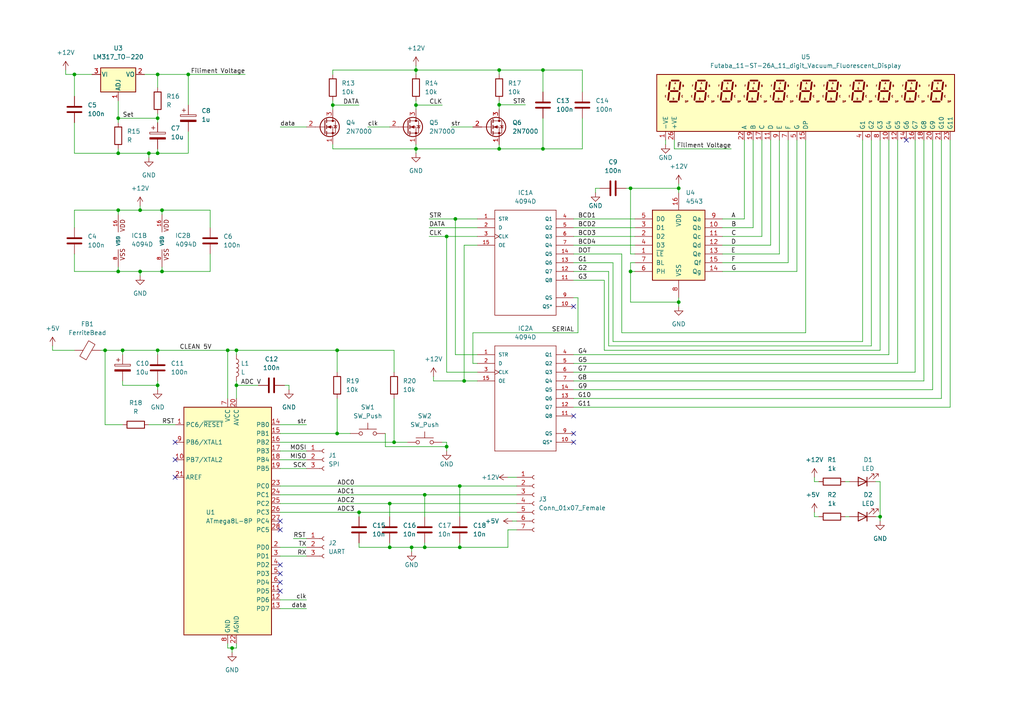
<source format=kicad_sch>
(kicad_sch (version 20211123) (generator eeschema)
  (paper "A4")
  (title_block (title "VFD Voltage Current Display") (date "2023-01-30") (rev "V2"))
  (lib_symbols
    (symbol "40xx:4094D" (pin_names (offset 1.016))
      (property "Reference" "IC" (at -10.16 15.875 0))
      (property "Value" "4094D" (at -10.16 -17.78 0))
      (symbol "4094D_1_1"
        (pin input line (at -15.24 12.7 0) (length 5.08) (name "STR") (number "1"))
        (pin output line (at 12.7 -12.7 180) (length 5.08) (name "QS*") (number "10"))
        (pin output line (at 12.7 -5.08 180) (length 5.08) (name "Q8") (number "11"))
        (pin output line (at 12.7 -2.54 180) (length 5.08) (name "Q7") (number "12"))
        (pin output line (at 12.7 0 180) (length 5.08) (name "Q6") (number "13"))
        (pin output line (at 12.7 2.54 180) (length 5.08) (name "Q5") (number "14"))
        (pin input line (at -15.24 5.08 0) (length 5.08) (name "OE") (number "15"))
        (pin input line (at -15.24 10.16 0) (length 5.08) (name "D") (number "2"))
        (pin input clock (at -15.24 7.62 0) (length 5.08) (name "CLK") (number "3"))
        (pin output line (at 12.7 12.7 180) (length 5.08) (name "Q1") (number "4"))
        (pin output line (at 12.7 10.16 180) (length 5.08) (name "Q2") (number "5"))
        (pin output line (at 12.7 7.62 180) (length 5.08) (name "Q3") (number "6"))
        (pin output line (at 12.7 5.08 180) (length 5.08) (name "Q4") (number "7"))
        (pin output line (at 12.7 -10.16 180) (length 5.08) (name "QS") (number "9"))
      )
      (symbol "4094D_2_0"
        (text "VDD" (at 1.27 4.445 1) (effects (font (size 1.27 1.27))))
        (text "VSS" (at 1.27 -3.937 1) (effects (font (size 1.27 1.27))))
      )
      (symbol "4094D_2_1"
        (pin power_in line (at 0 7.62 270) (length 5.08) (name "VDD") (number "16"))
        (pin power_in line (at 0 -7.62 90) (length 5.08) (name "VSS") (number "8"))
      )
    )
    (symbol "4xxx:4543" (pin_names (offset 1.016))
      (property "Reference" "U" (at -7.62 11.43 0))
      (property "Value" "4543" (at -7.62 -11.43 0))
      (symbol "4543_1_0"
        (pin input line (at -12.7 -2.54 0) (length 5.08) (name "~{LE}") (number "1"))
        (pin output line (at 12.7 5.08 180) (length 5.08) (name "Qb") (number "10"))
        (pin output line (at 12.7 2.54 180) (length 5.08) (name "Qc") (number "11"))
        (pin output line (at 12.7 0 180) (length 5.08) (name "Qd") (number "12"))
        (pin output line (at 12.7 -2.54 180) (length 5.08) (name "Qe") (number "13"))
        (pin output line (at 12.7 -7.62 180) (length 5.08) (name "Qg") (number "14"))
        (pin output line (at 12.7 -5.08 180) (length 5.08) (name "Qf") (number "15"))
        (pin power_in line (at 0 15.24 270) (length 5.08) (name "VDD") (number "16"))
        (pin input line (at -12.7 2.54 0) (length 5.08) (name "D2") (number "2"))
        (pin input line (at -12.7 5.08 0) (length 5.08) (name "D1") (number "3"))
        (pin input line (at -12.7 0 0) (length 5.08) (name "D3") (number "4"))
        (pin input line (at -12.7 7.62 0) (length 5.08) (name "D0") (number "5"))
        (pin input line (at -12.7 -7.62 0) (length 5.08) (name "PH") (number "6"))
        (pin input line (at -12.7 -5.08 0) (length 5.08) (name "BL") (number "7"))
        (pin power_in line (at 0 -15.24 90) (length 5.08) (name "VSS") (number "8"))
        (pin output line (at 12.7 7.62 180) (length 5.08) (name "Qa") (number "9"))
      )
    )
    (symbol "Connector:Conn_01x03_Female" (pin_names (offset 1.016) hide)
      (property "Reference" "J" (at 0 5.08 0))
      (property "Value" "Conn_01x03_Female" (at 0 -5.08 0))
      (symbol "Conn_01x03_Female_1_1"
        (pin passive line (at -5.08 2.54 0) (length 3.81) (name "Pin_1") (number "1"))
        (pin passive line (at -5.08 0 0) (length 3.81) (name "Pin_2") (number "2"))
        (pin passive line (at -5.08 -2.54 0) (length 3.81) (name "Pin_3") (number "3"))
      )
    )
    (symbol "Connector:Conn_01x07_Female" (pin_names (offset 1.016) hide)
      (property "Reference" "J" (at 0 10.16 0))
      (property "Value" "Conn_01x07_Female" (at 0 -10.16 0))
      (symbol "Conn_01x07_Female_1_1"
        (pin passive line (at -5.08 7.62 0) (length 3.81) (name "Pin_1") (number "1"))
        (pin passive line (at -5.08 5.08 0) (length 3.81) (name "Pin_2") (number "2"))
        (pin passive line (at -5.08 2.54 0) (length 3.81) (name "Pin_3") (number "3"))
        (pin passive line (at -5.08 0 0) (length 3.81) (name "Pin_4") (number "4"))
        (pin passive line (at -5.08 -2.54 0) (length 3.81) (name "Pin_5") (number "5"))
        (pin passive line (at -5.08 -5.08 0) (length 3.81) (name "Pin_6") (number "6"))
        (pin passive line (at -5.08 -7.62 0) (length 3.81) (name "Pin_7") (number "7"))
      )
    )
    (symbol "Device:C" (pin_numbers hide) (pin_names (offset 0.254))
      (property "Reference" "C" (at 0.635 2.54 0))
      (property "Value" "C" (at 0.635 -2.54 0))
      (symbol "C_1_1"
        (pin passive line (at 0 3.81 270) (length 2.794) (name "~") (number "1"))
        (pin passive line (at 0 -3.81 90) (length 2.794) (name "~") (number "2"))
      )
    )
    (symbol "Device:C_Polarized" (pin_numbers hide) (pin_names (offset 0.254))
      (property "Reference" "C" (at 0.635 2.54 0))
      (property "Value" "C_Polarized" (at 0.635 -2.54 0))
      (symbol "C_Polarized_1_1"
        (pin passive line (at 0 3.81 270) (length 2.794) (name "~") (number "1"))
        (pin passive line (at 0 -3.81 90) (length 2.794) (name "~") (number "2"))
      )
    )
    (symbol "Device:FerriteBead" (pin_numbers hide) (pin_names (offset 0))
      (property "Reference" "FB" (at -3.81 0.635 90))
      (property "Value" "FerriteBead" (at 3.81 0 90))
      (symbol "FerriteBead_1_1"
        (pin passive line (at 0 3.81 270) (length 2.54) (name "~") (number "1"))
        (pin passive line (at 0 -3.81 90) (length 2.54) (name "~") (number "2"))
      )
    )
    (symbol "Device:L" (pin_numbers hide) (pin_names (offset 1.016) hide)
      (property "Reference" "L" (at -1.27 0 90))
      (property "Value" "L" (at 1.905 0 90))
      (symbol "L_1_1"
        (pin passive line (at 0 3.81 270) (length 1.27) (name "1") (number "1"))
        (pin passive line (at 0 -3.81 90) (length 1.27) (name "2") (number "2"))
      )
    )
    (symbol "Device:LED" (pin_numbers hide) (pin_names (offset 1.016) hide)
      (property "Reference" "D" (at 0 2.54 0))
      (property "Value" "LED" (at 0 -2.54 0))
      (symbol "LED_1_1"
        (pin passive line (at -3.81 0 0) (length 2.54) (name "K") (number "1"))
        (pin passive line (at 3.81 0 180) (length 2.54) (name "A") (number "2"))
      )
    )
    (symbol "Device:R" (pin_numbers hide) (pin_names (offset 0))
      (property "Reference" "R" (at 2.032 0 90))
      (property "Value" "R" (at 0 0 90))
      (symbol "R_1_1"
        (pin passive line (at 0 3.81 270) (length 1.27) (name "~") (number "1"))
        (pin passive line (at 0 -3.81 90) (length 1.27) (name "~") (number "2"))
      )
    )
    (symbol "Display_Character:Futaba_11-ST-26A_11_digit_Vacuum_Fluorescent_Display" (pin_names (offset 0.5))
      (property "Reference" "U5" (at 3.81 17.78 0))
      (property "Value" "Futaba_11-ST-26A_11_digit_Vacuum_Fluorescent_Display" (at 3.81 15.24 0))
      (symbol "Futaba_11-ST-26A_11_digit_Vacuum_Fluorescent_Display_0_0"
        (text "A" (at -34.036 10.16 0) (effects (font (size 0.508 0.508))))
        (text "A" (at -26.416 10.16 0) (effects (font (size 0.508 0.508))))
        (text "A" (at -18.796 10.16 0) (effects (font (size 0.508 0.508))))
        (text "A" (at -11.176 10.16 0) (effects (font (size 0.508 0.508))))
        (text "A" (at -3.556 10.16 0) (effects (font (size 0.508 0.508))))
        (text "A" (at 4.064 10.16 0) (effects (font (size 0.508 0.508))))
        (text "A" (at 11.684 10.16 0) (effects (font (size 0.508 0.508))))
        (text "A" (at 19.304 10.16 0) (effects (font (size 0.508 0.508))))
        (text "A" (at 26.924 10.16 0) (effects (font (size 0.508 0.508))))
        (text "A" (at 34.544 10.16 0) (effects (font (size 0.508 0.508))))
        (text "A" (at 42.164 10.16 0) (effects (font (size 0.508 0.508))))
        (text "B" (at -31.75 9.398 0) (effects (font (size 0.508 0.508))))
        (text "B" (at -24.13 9.398 0) (effects (font (size 0.508 0.508))))
        (text "B" (at -16.51 9.398 0) (effects (font (size 0.508 0.508))))
        (text "B" (at -8.89 9.398 0) (effects (font (size 0.508 0.508))))
        (text "B" (at -1.27 9.398 0) (effects (font (size 0.508 0.508))))
        (text "B" (at 6.35 9.398 0) (effects (font (size 0.508 0.508))))
        (text "B" (at 13.97 9.398 0) (effects (font (size 0.508 0.508))))
        (text "B" (at 21.59 9.398 0) (effects (font (size 0.508 0.508))))
        (text "B" (at 29.21 9.398 0) (effects (font (size 0.508 0.508))))
        (text "B" (at 36.83 9.398 0) (effects (font (size 0.508 0.508))))
        (text "B" (at 44.45 9.398 0) (effects (font (size 0.508 0.508))))
        (text "C" (at -32.004 6.35 0) (effects (font (size 0.508 0.508))))
        (text "C" (at -24.384 6.35 0) (effects (font (size 0.508 0.508))))
        (text "C" (at -16.764 6.35 0) (effects (font (size 0.508 0.508))))
        (text "C" (at -9.144 6.35 0) (effects (font (size 0.508 0.508))))
        (text "C" (at -1.524 6.35 0) (effects (font (size 0.508 0.508))))
        (text "C" (at 6.096 6.35 0) (effects (font (size 0.508 0.508))))
        (text "C" (at 13.716 6.35 0) (effects (font (size 0.508 0.508))))
        (text "C" (at 21.336 6.35 0) (effects (font (size 0.508 0.508))))
        (text "C" (at 28.956 6.35 0) (effects (font (size 0.508 0.508))))
        (text "C" (at 36.576 6.35 0) (effects (font (size 0.508 0.508))))
        (text "C" (at 44.196 6.35 0) (effects (font (size 0.508 0.508))))
        (text "D" (at -34.544 5.588 0) (effects (font (size 0.508 0.508))))
        (text "D" (at -26.924 5.588 0) (effects (font (size 0.508 0.508))))
        (text "D" (at -19.304 5.588 0) (effects (font (size 0.508 0.508))))
        (text "D" (at -11.684 5.588 0) (effects (font (size 0.508 0.508))))
        (text "D" (at -4.064 5.588 0) (effects (font (size 0.508 0.508))))
        (text "D" (at 3.556 5.588 0) (effects (font (size 0.508 0.508))))
        (text "D" (at 11.176 5.588 0) (effects (font (size 0.508 0.508))))
        (text "D" (at 18.796 5.588 0) (effects (font (size 0.508 0.508))))
        (text "D" (at 26.416 5.588 0) (effects (font (size 0.508 0.508))))
        (text "D" (at 34.036 5.588 0) (effects (font (size 0.508 0.508))))
        (text "D" (at 41.656 5.588 0) (effects (font (size 0.508 0.508))))
        (text "DP" (at -30.734 4.826 0) (effects (font (size 0.508 0.508))))
        (text "DP" (at -23.114 4.826 0) (effects (font (size 0.508 0.508))))
        (text "DP" (at -15.494 4.826 0) (effects (font (size 0.508 0.508))))
        (text "DP" (at -7.874 4.826 0) (effects (font (size 0.508 0.508))))
        (text "DP" (at -0.254 4.826 0) (effects (font (size 0.508 0.508))))
        (text "DP" (at 7.366 4.826 0) (effects (font (size 0.508 0.508))))
        (text "DP" (at 14.986 4.826 0) (effects (font (size 0.508 0.508))))
        (text "DP" (at 22.606 4.826 0) (effects (font (size 0.508 0.508))))
        (text "DP" (at 30.226 4.826 0) (effects (font (size 0.508 0.508))))
        (text "DP" (at 37.846 4.826 0) (effects (font (size 0.508 0.508))))
        (text "DP" (at 45.466 4.826 0) (effects (font (size 0.508 0.508))))
        (text "E" (at -36.83 6.35 0) (effects (font (size 0.508 0.508))))
        (text "E" (at -29.21 6.35 0) (effects (font (size 0.508 0.508))))
        (text "E" (at -21.59 6.35 0) (effects (font (size 0.508 0.508))))
        (text "E" (at -13.97 6.35 0) (effects (font (size 0.508 0.508))))
        (text "E" (at -6.35 6.35 0) (effects (font (size 0.508 0.508))))
        (text "E" (at 1.27 6.35 0) (effects (font (size 0.508 0.508))))
        (text "E" (at 8.89 6.35 0) (effects (font (size 0.508 0.508))))
        (text "E" (at 16.51 6.35 0) (effects (font (size 0.508 0.508))))
        (text "E" (at 24.13 6.35 0) (effects (font (size 0.508 0.508))))
        (text "E" (at 31.75 6.35 0) (effects (font (size 0.508 0.508))))
        (text "E" (at 39.37 6.35 0) (effects (font (size 0.508 0.508))))
        (text "F" (at -36.576 9.398 0) (effects (font (size 0.508 0.508))))
        (text "F" (at -28.956 9.398 0) (effects (font (size 0.508 0.508))))
        (text "F" (at -21.336 9.398 0) (effects (font (size 0.508 0.508))))
        (text "F" (at -13.716 9.398 0) (effects (font (size 0.508 0.508))))
        (text "F" (at -6.096 9.398 0) (effects (font (size 0.508 0.508))))
        (text "F" (at 1.524 9.398 0) (effects (font (size 0.508 0.508))))
        (text "F" (at 9.144 9.398 0) (effects (font (size 0.508 0.508))))
        (text "F" (at 16.764 9.398 0) (effects (font (size 0.508 0.508))))
        (text "F" (at 24.384 9.398 0) (effects (font (size 0.508 0.508))))
        (text "F" (at 32.004 9.398 0) (effects (font (size 0.508 0.508))))
        (text "F" (at 39.624 9.398 0) (effects (font (size 0.508 0.508))))
        (text "G" (at -34.29 8.636 0) (effects (font (size 0.508 0.508))))
        (text "G" (at -26.67 8.636 0) (effects (font (size 0.508 0.508))))
        (text "G" (at -19.05 8.636 0) (effects (font (size 0.508 0.508))))
        (text "G" (at -11.43 8.636 0) (effects (font (size 0.508 0.508))))
        (text "G" (at -3.81 8.636 0) (effects (font (size 0.508 0.508))))
        (text "G" (at 3.81 8.636 0) (effects (font (size 0.508 0.508))))
        (text "G" (at 11.43 8.636 0) (effects (font (size 0.508 0.508))))
        (text "G" (at 19.05 8.636 0) (effects (font (size 0.508 0.508))))
        (text "G" (at 26.67 8.636 0) (effects (font (size 0.508 0.508))))
        (text "G" (at 34.29 8.636 0) (effects (font (size 0.508 0.508))))
        (text "G" (at 41.91 8.636 0) (effects (font (size 0.508 0.508))))
      )
      (symbol "Futaba_11-ST-26A_11_digit_Vacuum_Fluorescent_Display_1_1"
        (pin power_in line (at -36.83 -6.35 90) (length 2.54) (name "-VE") (number "1"))
        (pin input line (at 27.94 -6.35 90) (length 2.54) (name "G4") (number "10"))
        (pin input line (at -6.35 -6.35 90) (length 2.54) (name "D") (number "11"))
        (pin input line (at 30.48 -6.35 90) (length 2.54) (name "G5") (number "12"))
        (pin input line (at 33.02 -6.35 90) (length 2.54) (name "G6") (number "14"))
        (pin input line (at 3.81 -6.35 90) (length 2.54) (name "DP") (number "15"))
        (pin input line (at 35.56 -6.35 90) (length 2.54) (name "G7") (number "16"))
        (pin input line (at -8.89 -6.35 90) (length 2.54) (name "C") (number "17"))
        (pin input line (at 38.1 -6.35 90) (length 2.54) (name "G8") (number "18"))
        (pin input line (at -11.43 -6.35 90) (length 2.54) (name "B") (number "19"))
        (pin input line (at 40.64 -6.35 90) (length 2.54) (name "G9") (number "20"))
        (pin input line (at 43.18 -6.35 90) (length 2.54) (name "G10") (number "21"))
        (pin input line (at -13.97 -6.35 90) (length 2.54) (name "A") (number "22"))
        (pin input line (at 45.72 -6.35 90) (length 2.54) (name "G11") (number "23"))
        (pin power_in line (at -34.29 -6.35 90) (length 2.54) (name "+VE") (number "26"))
        (pin input line (at 20.32 -6.35 90) (length 2.54) (name "G1") (number "4"))
        (pin input line (at 1.27 -6.35 90) (length 2.54) (name "G") (number "5"))
        (pin input line (at 22.86 -6.35 90) (length 2.54) (name "G2") (number "6"))
        (pin input line (at -1.27 -6.35 90) (length 2.54) (name "F") (number "7"))
        (pin input line (at 25.4 -6.35 90) (length 2.54) (name "G3") (number "8"))
        (pin input line (at -3.81 -6.35 90) (length 2.54) (name "E") (number "9"))
      )
    )
    (symbol "MCU_Microchip_ATmega:ATmega8L-8P"
      (property "Reference" "U" (at -12.7 34.29 0))
      (property "Value" "ATmega8L-8P" (at 5.08 -34.29 0))
      (symbol "ATmega8L-8P_1_1"
        (pin bidirectional line (at -15.24 27.94 0) (length 2.54) (name "PC6/~{RESET}") (number "1"))
        (pin bidirectional line (at -15.24 17.78 0) (length 2.54) (name "PB7/XTAL2") (number "10"))
        (pin bidirectional line (at 15.24 -20.32 180) (length 2.54) (name "PD5") (number "11"))
        (pin bidirectional line (at 15.24 -22.86 180) (length 2.54) (name "PD6") (number "12"))
        (pin bidirectional line (at 15.24 -25.4 180) (length 2.54) (name "PD7") (number "13"))
        (pin bidirectional line (at 15.24 27.94 180) (length 2.54) (name "PB0") (number "14"))
        (pin bidirectional line (at 15.24 25.4 180) (length 2.54) (name "PB1") (number "15"))
        (pin bidirectional line (at 15.24 22.86 180) (length 2.54) (name "PB2") (number "16"))
        (pin bidirectional line (at 15.24 20.32 180) (length 2.54) (name "PB3") (number "17"))
        (pin bidirectional line (at 15.24 17.78 180) (length 2.54) (name "PB4") (number "18"))
        (pin bidirectional line (at 15.24 15.24 180) (length 2.54) (name "PB5") (number "19"))
        (pin bidirectional line (at 15.24 -7.62 180) (length 2.54) (name "PD0") (number "2"))
        (pin power_in line (at 2.54 35.56 270) (length 2.54) (name "AVCC") (number "20"))
        (pin passive line (at -15.24 12.7 0) (length 2.54) (name "AREF") (number "21"))
        (pin power_in line (at 2.54 -35.56 90) (length 2.54) (name "AGND") (number "22"))
        (pin bidirectional line (at 15.24 10.16 180) (length 2.54) (name "PC0") (number "23"))
        (pin bidirectional line (at 15.24 7.62 180) (length 2.54) (name "PC1") (number "24"))
        (pin bidirectional line (at 15.24 5.08 180) (length 2.54) (name "PC2") (number "25"))
        (pin bidirectional line (at 15.24 2.54 180) (length 2.54) (name "PC3") (number "26"))
        (pin bidirectional line (at 15.24 0 180) (length 2.54) (name "PC4") (number "27"))
        (pin bidirectional line (at 15.24 -2.54 180) (length 2.54) (name "PC5") (number "28"))
        (pin bidirectional line (at 15.24 -10.16 180) (length 2.54) (name "PD1") (number "3"))
        (pin bidirectional line (at 15.24 -12.7 180) (length 2.54) (name "PD2") (number "4"))
        (pin bidirectional line (at 15.24 -15.24 180) (length 2.54) (name "PD3") (number "5"))
        (pin bidirectional line (at 15.24 -17.78 180) (length 2.54) (name "PD4") (number "6"))
        (pin power_in line (at 0 35.56 270) (length 2.54) (name "VCC") (number "7"))
        (pin power_in line (at 0 -35.56 90) (length 2.54) (name "GND") (number "8"))
        (pin bidirectional line (at -15.24 22.86 0) (length 2.54) (name "PB6/XTAL1") (number "9"))
      )
    )
    (symbol "Regulator_Linear:LM317_TO-220" (pin_names (offset 0.254))
      (property "Reference" "U" (at -3.81 3.175 0))
      (property "Value" "LM317_TO-220" (at 0 3.175 0))
      (symbol "LM317_TO-220_1_1"
        (pin input line (at 0 -7.62 90) (length 2.54) (name "ADJ") (number "1"))
        (pin power_out line (at 7.62 0 180) (length 2.54) (name "VO") (number "2"))
        (pin power_in line (at -7.62 0 0) (length 2.54) (name "VI") (number "3"))
      )
    )
    (symbol "Switch:SW_Push" (pin_numbers hide) (pin_names (offset 1.016) hide)
      (property "Reference" "SW" (at 1.27 2.54 0))
      (property "Value" "SW_Push" (at 0 -1.524 0))
      (symbol "SW_Push_0_1"
        (pin passive line (at -5.08 0 0) (length 2.54) (name "1") (number "1"))
        (pin passive line (at 5.08 0 180) (length 2.54) (name "2") (number "2"))
      )
    )
    (symbol "Transistor_FET:2N7000" (pin_names hide)
      (property "Reference" "Q" (at 5.08 1.905 0))
      (property "Value" "2N7000" (at 5.08 0 0))
      (symbol "2N7000_1_1"
        (pin passive line (at 2.54 -5.08 90) (length 2.54) (name "S") (number "1"))
        (pin input line (at -5.08 0 0) (length 2.54) (name "G") (number "2"))
        (pin passive line (at 2.54 5.08 270) (length 2.54) (name "D") (number "3"))
      )
    )
    (symbol "power:+12V" (power) (pin_names (offset 0))
      (property "Value" "+12V" (at 0 3.556 0))
      (symbol "+12V_1_1"
        (pin power_in line (at 0 0 90) (length 0) hide (name "+12V") (number "1"))
      )
    )
    (symbol "power:+5V" (power) (pin_names (offset 0))
      (property "Value" "+5V" (at 0 3.556 0))
      (symbol "+5V_1_1"
        (pin power_in line (at 0 0 90) (length 0) hide (name "+5V") (number "1"))
      )
    )
    (symbol "power:GND" (power) (pin_names (offset 0))
      (property "Value" "GND" (at 0 -3.81 0))
      (symbol "GND_1_1"
        (pin power_in line (at 0 0 270) (length 0) hide (name "GND") (number "1"))
      )
    )
  )
  (junction (at 134.62 110.49))
  (junction (at 45.72 21.59))
  (junction (at 123.19 158.75))
  (junction (at 45.72 44.45))
  (junction (at 182.88 78.74))
  (junction (at 120.65 43.18))
  (junction (at 120.65 20.32))
  (junction (at 132.08 63.5))
  (junction (at 45.72 101.6))
  (junction (at 144.78 30.3972))
  (junction (at 34.29 44.45))
  (junction (at 96.52 30.48))
  (junction (at 157.48 20.32))
  (junction (at 21.59 21.59))
  (junction (at 30.48 101.6))
  (junction (at 133.35 140.97))
  (junction (at 40.64 60.96))
  (junction (at 45.72 111.76))
  (junction (at 34.29 60.96))
  (junction (at 113.03 158.75))
  (junction (at 66.04 101.6))
  (junction (at 104.14 148.59))
  (junction (at 97.79 125.73))
  (junction (at 157.48 43.18))
  (junction (at 40.64 78.74))
  (junction (at 196.85 54.61))
  (junction (at 123.19 143.51))
  (junction (at 113.03 146.05))
  (junction (at 46.99 78.74))
  (junction (at 196.85 87.63))
  (junction (at 34.29 78.74))
  (junction (at 182.88 54.61))
  (junction (at 97.79 101.6))
  (junction (at 144.78 20.32))
  (junction (at 68.58 111.76))
  (junction (at 54.61 21.59))
  (junction (at 46.99 60.96))
  (junction (at 114.3 128.27))
  (junction (at 129.54 68.58))
  (junction (at 34.29 34.29))
  (junction (at 119.38 158.75))
  (junction (at 43.18 44.45))
  (junction (at 68.58 101.6))
  (junction (at 120.65 30.48))
  (junction (at 255.27 149.86))
  (junction (at 35.56 101.6))
  (junction (at 144.78 43.18))
  (junction (at 129.54 129.54))
  (junction (at 45.72 34.29))
  (junction (at 133.35 158.75))
  (junction (at 67.31 187.96))
  (no_connect (at 81.28 166.37))
  (no_connect (at 166.37 88.9))
  (no_connect (at 81.28 168.91))
  (no_connect (at 262.89 40.64))
  (no_connect (at 50.8 133.35))
  (no_connect (at 50.8 128.27))
  (no_connect (at 81.28 171.45))
  (no_connect (at 166.37 120.65))
  (no_connect (at 81.28 151.13))
  (no_connect (at 166.37 125.73))
  (no_connect (at 50.8 138.43))
  (no_connect (at 166.37 128.27))
  (no_connect (at 81.28 163.83))
  (no_connect (at 81.28 153.67))
  (wire (pts (xy 60.96 73.66) (xy 60.96 78.74)))
  (wire (pts (xy 147.32 153.67) (xy 149.86 153.67)))
  (wire (pts (xy 81.28 36.83) (xy 88.9 36.83)))
  (wire (pts (xy 209.55 73.66) (xy 226.06 73.66)))
  (wire (pts (xy 45.72 102.87) (xy 45.72 101.6)))
  (wire (pts (xy 45.72 101.6) (xy 66.04 101.6)))
  (wire (pts (xy 137.16 105.41) (xy 138.43 105.41)))
  (wire (pts (xy 66.04 187.96) (xy 67.31 187.96)))
  (wire (pts (xy 68.58 111.76) (xy 68.58 110.49)))
  (wire (pts (xy 220.98 68.58) (xy 220.98 40.64)))
  (wire (pts (xy 128.27 128.27) (xy 129.54 128.27)))
  (wire (pts (xy 182.88 78.74) (xy 182.88 87.63)))
  (wire (pts (xy 21.59 35.56) (xy 21.59 44.45)))
  (wire (pts (xy 19.05 20.32) (xy 19.05 21.59)))
  (wire (pts (xy 182.88 54.61) (xy 196.85 54.61)))
  (wire (pts (xy 85.09 156.21) (xy 88.9 156.21)))
  (wire (pts (xy 21.59 101.6) (xy 15.24 101.6)))
  (wire (pts (xy 68.58 111.76) (xy 68.58 115.57)))
  (wire (pts (xy 166.37 68.58) (xy 184.15 68.58)))
  (wire (pts (xy 45.72 44.45) (xy 54.61 44.45)))
  (wire (pts (xy 34.29 29.21) (xy 34.29 34.29)))
  (wire (pts (xy 223.52 71.12) (xy 209.55 71.12)))
  (wire (pts (xy 120.65 43.18) (xy 144.78 43.18)))
  (wire (pts (xy 132.08 63.5) (xy 132.08 102.87)))
  (wire (pts (xy 209.55 76.2) (xy 228.6 76.2)))
  (wire (pts (xy 45.72 35.56) (xy 45.72 34.29)))
  (wire (pts (xy 252.73 100.33) (xy 252.73 40.64)))
  (wire (pts (xy 113.03 146.05) (xy 149.86 146.05)))
  (wire (pts (xy 68.58 186.69) (xy 68.58 187.96)))
  (wire (pts (xy 129.54 68.58) (xy 129.54 107.95)))
  (wire (pts (xy 104.14 148.59) (xy 104.14 149.86)))
  (wire (pts (xy 166.37 115.57) (xy 273.05 115.57)))
  (wire (pts (xy 97.79 101.6) (xy 97.79 107.95)))
  (wire (pts (xy 34.29 43.18) (xy 34.29 44.45)))
  (wire (pts (xy 45.72 110.49) (xy 45.72 111.76)))
  (wire (pts (xy 138.43 71.12) (xy 134.62 71.12)))
  (wire (pts (xy 147.32 138.43) (xy 149.86 138.43)))
  (wire (pts (xy 43.18 123.19) (xy 50.8 123.19)))
  (wire (pts (xy 236.22 139.7) (xy 237.49 139.7)))
  (wire (pts (xy 147.32 153.67) (xy 147.32 158.75)))
  (wire (pts (xy 68.58 111.76) (xy 74.93 111.76)))
  (wire (pts (xy 180.34 73.66) (xy 166.37 73.66)))
  (wire (pts (xy 120.65 41.91) (xy 120.65 43.18)))
  (wire (pts (xy 166.37 86.36) (xy 167.64 86.36)))
  (wire (pts (xy 104.14 148.59) (xy 149.86 148.59)))
  (wire (pts (xy 81.28 135.89) (xy 88.9 135.89)))
  (wire (pts (xy 254 139.7) (xy 255.27 139.7)))
  (wire (pts (xy 123.19 143.51) (xy 149.86 143.51)))
  (wire (pts (xy 34.29 34.29) (xy 34.29 35.56)))
  (wire (pts (xy 209.55 68.58) (xy 220.98 68.58)))
  (wire (pts (xy 120.65 19.05) (xy 120.65 20.32)))
  (wire (pts (xy 40.64 59.69) (xy 40.64 60.96)))
  (wire (pts (xy 46.99 78.74) (xy 60.96 78.74)))
  (wire (pts (xy 34.29 60.96) (xy 34.29 62.23)))
  (wire (pts (xy 81.28 140.97) (xy 133.35 140.97)))
  (wire (pts (xy 133.35 158.75) (xy 123.19 158.75)))
  (wire (pts (xy 30.48 123.19) (xy 30.48 101.6)))
  (wire (pts (xy 125.73 109.22) (xy 125.73 110.49)))
  (wire (pts (xy 114.3 101.6) (xy 114.3 107.95)))
  (wire (pts (xy 119.38 158.75) (xy 113.03 158.75)))
  (wire (pts (xy 182.88 78.74) (xy 184.15 78.74)))
  (wire (pts (xy 167.64 86.36) (xy 167.64 96.52)))
  (wire (pts (xy 120.65 30.48) (xy 120.65 31.75)))
  (wire (pts (xy 250.19 99.06) (xy 250.19 40.64)))
  (wire (pts (xy 195.58 40.64) (xy 195.58 43.18)))
  (wire (pts (xy 21.59 78.74) (xy 34.29 78.74)))
  (wire (pts (xy 175.26 101.6) (xy 255.27 101.6)))
  (wire (pts (xy 168.91 20.32) (xy 157.48 20.32)))
  (wire (pts (xy 34.29 34.29) (xy 45.72 34.29)))
  (wire (pts (xy 137.16 96.52) (xy 137.16 105.41)))
  (wire (pts (xy 46.99 60.96) (xy 60.96 60.96)))
  (wire (pts (xy 34.29 60.96) (xy 40.64 60.96)))
  (wire (pts (xy 166.37 76.2) (xy 177.8 76.2)))
  (wire (pts (xy 233.68 96.52) (xy 180.34 96.52)))
  (wire (pts (xy 40.64 78.74) (xy 46.99 78.74)))
  (wire (pts (xy 157.48 34.29) (xy 157.48 43.18)))
  (wire (pts (xy 123.19 158.75) (xy 119.38 158.75)))
  (wire (pts (xy 83.82 111.76) (xy 83.82 113.03)))
  (wire (pts (xy 129.54 130.81) (xy 129.54 129.54)))
  (wire (pts (xy 124.46 66.04) (xy 138.43 66.04)))
  (wire (pts (xy 166.37 102.87) (xy 257.81 102.87)))
  (wire (pts (xy 97.79 101.6) (xy 114.3 101.6)))
  (wire (pts (xy 228.6 76.2) (xy 228.6 40.64)))
  (wire (pts (xy 184.15 73.66) (xy 182.88 73.66)))
  (wire (pts (xy 81.28 176.53) (xy 88.9 176.53)))
  (wire (pts (xy 209.55 78.74) (xy 231.14 78.74)))
  (wire (pts (xy 166.37 71.12) (xy 184.15 71.12)))
  (wire (pts (xy 34.29 44.45) (xy 43.18 44.45)))
  (wire (pts (xy 97.79 125.73) (xy 101.6 125.73)))
  (wire (pts (xy 132.08 102.87) (xy 138.43 102.87)))
  (wire (pts (xy 34.29 78.74) (xy 40.64 78.74)))
  (wire (pts (xy 21.59 60.96) (xy 34.29 60.96)))
  (wire (pts (xy 104.14 157.48) (xy 104.14 158.75)))
  (wire (pts (xy 81.28 143.51) (xy 123.19 143.51)))
  (wire (pts (xy 215.9 63.5) (xy 215.9 40.64)))
  (wire (pts (xy 166.37 66.04) (xy 184.15 66.04)))
  (wire (pts (xy 111.76 129.54) (xy 129.54 129.54)))
  (wire (pts (xy 96.52 29.21) (xy 96.52 30.48)))
  (wire (pts (xy 236.22 148.59) (xy 236.22 149.86)))
  (wire (pts (xy 133.35 140.97) (xy 149.86 140.97)))
  (wire (pts (xy 29.21 101.6) (xy 30.48 101.6)))
  (wire (pts (xy 21.59 21.59) (xy 26.67 21.59)))
  (wire (pts (xy 96.52 30.48) (xy 96.52 31.75)))
  (wire (pts (xy 54.61 30.48) (xy 54.61 21.59)))
  (wire (pts (xy 134.62 71.12) (xy 134.62 110.49)))
  (wire (pts (xy 66.04 101.6) (xy 68.58 101.6)))
  (wire (pts (xy 218.44 66.04) (xy 209.55 66.04)))
  (wire (pts (xy 130.81 36.83) (xy 137.16 36.83)))
  (wire (pts (xy 267.97 110.49) (xy 166.37 110.49)))
  (wire (pts (xy 246.38 149.86) (xy 245.11 149.86)))
  (wire (pts (xy 184.15 76.2) (xy 182.88 76.2)))
  (wire (pts (xy 35.56 101.6) (xy 45.72 101.6)))
  (wire (pts (xy 96.52 20.32) (xy 120.65 20.32)))
  (wire (pts (xy 60.96 60.96) (xy 60.96 66.04)))
  (wire (pts (xy 21.59 60.96) (xy 21.59 66.04)))
  (wire (pts (xy 113.03 146.05) (xy 113.03 149.86)))
  (wire (pts (xy 45.72 21.59) (xy 45.72 25.4)))
  (wire (pts (xy 233.68 40.64) (xy 233.68 96.52)))
  (wire (pts (xy 134.62 110.49) (xy 138.43 110.49)))
  (wire (pts (xy 67.31 189.23) (xy 67.31 187.96)))
  (wire (pts (xy 144.78 30.3972) (xy 152.4 30.3972)))
  (wire (pts (xy 157.48 43.18) (xy 144.78 43.18)))
  (wire (pts (xy 81.28 158.75) (xy 88.9 158.75)))
  (wire (pts (xy 21.59 44.45) (xy 34.29 44.45)))
  (wire (pts (xy 193.04 40.64) (xy 193.04 41.91)))
  (wire (pts (xy 43.18 44.45) (xy 43.18 45.72)))
  (wire (pts (xy 182.88 76.2) (xy 182.88 78.74)))
  (wire (pts (xy 168.91 43.18) (xy 157.48 43.18)))
  (wire (pts (xy 111.76 125.73) (xy 111.76 129.54)))
  (wire (pts (xy 195.58 43.18) (xy 212.09 43.18)))
  (wire (pts (xy 40.64 78.74) (xy 40.64 80.01)))
  (wire (pts (xy 120.65 20.32) (xy 120.65 21.59)))
  (wire (pts (xy 35.56 102.87) (xy 35.56 101.6)))
  (wire (pts (xy 138.43 63.5) (xy 132.08 63.5)))
  (wire (pts (xy 82.55 111.76) (xy 83.82 111.76)))
  (wire (pts (xy 196.85 86.36) (xy 196.85 87.63)))
  (wire (pts (xy 177.8 76.2) (xy 177.8 99.06)))
  (wire (pts (xy 168.91 26.67) (xy 168.91 20.32)))
  (wire (pts (xy 119.38 160.02) (xy 119.38 158.75)))
  (wire (pts (xy 196.85 53.34) (xy 196.85 54.61)))
  (wire (pts (xy 54.61 38.1) (xy 54.61 44.45)))
  (wire (pts (xy 120.65 43.18) (xy 120.65 44.45)))
  (wire (pts (xy 180.34 96.52) (xy 180.34 73.66)))
  (wire (pts (xy 275.59 40.64) (xy 275.59 118.11)))
  (wire (pts (xy 96.52 43.18) (xy 120.65 43.18)))
  (wire (pts (xy 273.05 40.64) (xy 273.05 115.57)))
  (wire (pts (xy 120.65 29.21) (xy 120.65 30.48)))
  (wire (pts (xy 81.28 125.73) (xy 97.79 125.73)))
  (wire (pts (xy 182.88 54.61) (xy 182.88 73.66)))
  (wire (pts (xy 236.22 138.43) (xy 236.22 139.7)))
  (wire (pts (xy 68.58 102.87) (xy 68.58 101.6)))
  (wire (pts (xy 120.65 30.48) (xy 128.27 30.48)))
  (wire (pts (xy 209.55 63.5) (xy 215.9 63.5)))
  (wire (pts (xy 144.78 20.32) (xy 144.78 21.59)))
  (wire (pts (xy 133.35 140.97) (xy 133.35 149.86)))
  (wire (pts (xy 255.27 149.86) (xy 255.27 151.13)))
  (wire (pts (xy 81.28 148.59) (xy 104.14 148.59)))
  (wire (pts (xy 81.28 123.19) (xy 88.9 123.19)))
  (wire (pts (xy 182.88 87.63) (xy 196.85 87.63)))
  (wire (pts (xy 45.72 113.03) (xy 45.72 111.76)))
  (wire (pts (xy 106.68 36.83) (xy 113.03 36.83)))
  (wire (pts (xy 144.78 41.91) (xy 144.78 43.18)))
  (wire (pts (xy 168.91 34.29) (xy 168.91 43.18)))
  (wire (pts (xy 114.3 128.27) (xy 118.11 128.27)))
  (wire (pts (xy 254 149.86) (xy 255.27 149.86)))
  (wire (pts (xy 123.19 143.51) (xy 123.19 149.86)))
  (wire (pts (xy 255.27 101.6) (xy 255.27 40.64)))
  (wire (pts (xy 67.31 187.96) (xy 68.58 187.96)))
  (wire (pts (xy 157.48 20.32) (xy 144.78 20.32)))
  (wire (pts (xy 46.99 77.47) (xy 46.99 78.74)))
  (wire (pts (xy 46.99 60.96) (xy 46.99 62.23)))
  (wire (pts (xy 218.44 40.64) (xy 218.44 66.04)))
  (wire (pts (xy 166.37 78.74) (xy 176.53 78.74)))
  (wire (pts (xy 113.03 158.75) (xy 104.14 158.75)))
  (wire (pts (xy 196.85 87.63) (xy 196.85 88.9)))
  (wire (pts (xy 148.59 151.13) (xy 149.86 151.13)))
  (wire (pts (xy 257.81 102.87) (xy 257.81 40.64)))
  (wire (pts (xy 196.85 55.88) (xy 196.85 54.61)))
  (wire (pts (xy 138.43 68.58) (xy 129.54 68.58)))
  (wire (pts (xy 231.14 78.74) (xy 231.14 40.64)))
  (wire (pts (xy 81.28 133.35) (xy 88.9 133.35)))
  (wire (pts (xy 176.53 78.74) (xy 176.53 100.33)))
  (wire (pts (xy 177.8 99.06) (xy 250.19 99.06)))
  (wire (pts (xy 54.61 21.59) (xy 71.12 21.59)))
  (wire (pts (xy 236.22 149.86) (xy 237.49 149.86)))
  (wire (pts (xy 81.28 130.81) (xy 88.9 130.81)))
  (wire (pts (xy 30.48 101.6) (xy 35.56 101.6)))
  (wire (pts (xy 133.35 157.48) (xy 133.35 158.75)))
  (wire (pts (xy 66.04 186.69) (xy 66.04 187.96)))
  (wire (pts (xy 123.19 157.48) (xy 123.19 158.75)))
  (wire (pts (xy 267.97 40.64) (xy 267.97 110.49)))
  (wire (pts (xy 133.35 158.75) (xy 147.32 158.75)))
  (wire (pts (xy 226.06 73.66) (xy 226.06 40.64)))
  (wire (pts (xy 275.59 118.11) (xy 166.37 118.11)))
  (wire (pts (xy 15.24 101.6) (xy 15.24 100.33)))
  (wire (pts (xy 113.03 157.48) (xy 113.03 158.75)))
  (wire (pts (xy 35.56 110.49) (xy 35.56 111.76)))
  (wire (pts (xy 81.28 173.99) (xy 88.9 173.99)))
  (wire (pts (xy 181.61 54.61) (xy 182.88 54.61)))
  (wire (pts (xy 223.52 40.64) (xy 223.52 71.12)))
  (wire (pts (xy 19.05 21.59) (xy 21.59 21.59)))
  (wire (pts (xy 34.29 77.47) (xy 34.29 78.74)))
  (wire (pts (xy 81.28 161.29) (xy 88.9 161.29)))
  (wire (pts (xy 66.04 101.6) (xy 66.04 115.57)))
  (wire (pts (xy 45.72 34.29) (xy 45.72 33.02)))
  (wire (pts (xy 96.52 41.91) (xy 96.52 43.18)))
  (wire (pts (xy 255.27 139.7) (xy 255.27 149.86)))
  (wire (pts (xy 270.51 40.64) (xy 270.51 113.03)))
  (wire (pts (xy 96.52 21.59) (xy 96.52 20.32)))
  (wire (pts (xy 166.37 107.95) (xy 265.43 107.95)))
  (wire (pts (xy 157.48 26.67) (xy 157.48 20.32)))
  (wire (pts (xy 35.56 111.76) (xy 45.72 111.76)))
  (wire (pts (xy 35.56 123.19) (xy 30.48 123.19)))
  (wire (pts (xy 41.91 21.59) (xy 45.72 21.59)))
  (wire (pts (xy 124.46 63.5) (xy 132.08 63.5)))
  (wire (pts (xy 129.54 129.54) (xy 129.54 128.27)))
  (wire (pts (xy 246.38 139.7) (xy 245.11 139.7)))
  (wire (pts (xy 96.52 30.48) (xy 104.14 30.48)))
  (wire (pts (xy 21.59 27.94) (xy 21.59 21.59)))
  (wire (pts (xy 260.35 40.64) (xy 260.35 105.41)))
  (wire (pts (xy 21.59 73.66) (xy 21.59 78.74)))
  (wire (pts (xy 166.37 105.41) (xy 260.35 105.41)))
  (wire (pts (xy 97.79 115.57) (xy 97.79 125.73)))
  (wire (pts (xy 120.65 20.32) (xy 144.78 20.32)))
  (wire (pts (xy 45.72 21.59) (xy 54.61 21.59)))
  (wire (pts (xy 45.72 44.45) (xy 45.72 43.18)))
  (wire (pts (xy 81.28 146.05) (xy 113.03 146.05)))
  (wire (pts (xy 176.53 100.33) (xy 252.73 100.33)))
  (wire (pts (xy 114.3 115.57) (xy 114.3 128.27)))
  (wire (pts (xy 144.78 30.3972) (xy 144.78 31.75)))
  (wire (pts (xy 167.64 96.52) (xy 137.16 96.52)))
  (wire (pts (xy 166.37 113.03) (xy 270.51 113.03)))
  (wire (pts (xy 40.64 60.96) (xy 46.99 60.96)))
  (wire (pts (xy 166.37 81.28) (xy 175.26 81.28)))
  (wire (pts (xy 166.37 63.5) (xy 184.15 63.5)))
  (wire (pts (xy 43.18 44.45) (xy 45.72 44.45)))
  (wire (pts (xy 265.43 107.95) (xy 265.43 40.64)))
  (wire (pts (xy 81.28 128.27) (xy 114.3 128.27)))
  (wire (pts (xy 172.72 55.88) (xy 172.72 54.61)))
  (wire (pts (xy 125.73 110.49) (xy 134.62 110.49)))
  (wire (pts (xy 144.78 29.21) (xy 144.78 30.3972)))
  (wire (pts (xy 124.46 68.58) (xy 129.54 68.58)))
  (wire (pts (xy 129.54 107.95) (xy 138.43 107.95)))
  (wire (pts (xy 172.72 54.61) (xy 173.99 54.61)))
  (wire (pts (xy 175.26 81.28) (xy 175.26 101.6)))
  (wire (pts (xy 68.58 101.6) (xy 97.79 101.6)))
  (label "G" (at 212.09 78.74 0))
  (label "DATA" (at 104.14 30.48 180))
  (label "CLK" (at 128.27 30.48 180))
  (label "ADC3" (at 102.87 148.59 180))
  (label "E" (at 212.0298 73.66 0))
  (label "MOSI" (at 88.9 130.81 180))
  (label "SERIAL" (at 160.02 96.52 0))
  (label "BCD4" (at 167.64 71.12 0))
  (label "BCD3" (at 167.64 68.58 0))
  (label "ADC0" (at 102.87 140.97 180))
  (label "data" (at 88.9 176.53 180))
  (label "data" (at 81.28 36.83 0))
  (label "CLEAN 5V" (at 52.07 101.6 0))
  (label "RST" (at 46.99 123.19 0))
  (label "ADC1" (at 102.87 143.51 180))
  (label "G4" (at 167.64 102.87 0))
  (label "G3" (at 167.64 81.28 0))
  (label "D" (at 212.0298 71.12 0))
  (label "G2" (at 167.64 78.74 0))
  (label "G10" (at 167.5693 115.57 0))
  (label "G8" (at 167.5693 110.49 0))
  (label "TX" (at 88.9 158.75 180))
  (label "MISO" (at 88.9 133.35 180))
  (label "clk" (at 106.68 36.83 0))
  (label "SCK" (at 88.9 135.89 180))
  (label "C" (at 212.09 68.58 0))
  (label "G7" (at 167.5693 107.95 0))
  (label "str" (at 130.81 36.83 0))
  (label "ADC V" (at 69.85 111.76 0))
  (label "CLK" (at 124.46 68.58 0))
  (label "BCD1" (at 167.64 63.5 0))
  (label "RX" (at 88.9 161.29 180))
  (label "F" (at 212.1111 76.2 0))
  (label "G9" (at 167.64 113.03 0))
  (label "clk" (at 88.9 173.99 180))
  (label "RST" (at 85.09 156.21 0))
  (label "Filiment Voltage" (at 212.09 43.18 180))
  (label "DOT" (at 167.64 73.66 0))
  (label "BCD2" (at 167.64 66.04 0))
  (label "DATA" (at 124.46 66.04 0))
  (label "Set" (at 35.56 34.29 0))
  (label "STR" (at 152.4 30.3972 180))
  (label "ADC2" (at 102.87 146.05 180))
  (label "A" (at 212.09 63.5 0))
  (label "str" (at 88.9 123.19 180))
  (label "G5" (at 167.64 105.41 0))
  (label "G1" (at 167.64 76.2 0))
  (label "G11" (at 167.5693 118.11 0))
  (label "STR" (at 124.46 63.5 0))
  (label "B" (at 212.09 66.04 0))
  (label "Filiment Voltage" (at 71.12 21.59 180))
  (symbol (lib_id "Device:C") (at 78.74 111.76 90) (unit 1)
    (property "Reference" "C12" (at 78.74 104.14 90))
    (property "Value" "100n" (at 78.74 106.68 90))
    (property "Footprint" "Capacitor_THT:C_Disc_D3.4mm_W2.1mm_P2.50mm" (effects hide))
  )
  (symbol (lib_id "power:GND") (at 43.18 45.72 0) (unit 1)
    (property "Reference" "#PWR0119" (effects hide))
    (property "Value" "GND" (at 43.18 50.8 0))
  )
  (symbol (lib_id "Device:R") (at 39.37 123.19 90) (unit 1)
    (property "Reference" "R18" (at 39.37 116.84 90))
    (property "Value" "R" (at 39.37 119.38 90))
    (property "Footprint" "Resistor_THT:R_Axial_DIN0207_L6.3mm_D2.5mm_P2.54mm_Vertical" (effects hide))
  )
  (symbol (lib_id "power:+12V") (at 19.05 20.32 0) (unit 1)
    (property "Reference" "#PWR0111" (effects hide))
    (property "Value" "+12V" (at 19.05 15.24 0))
  )
  (symbol (lib_id "Device:C") (at 45.72 106.68 0) (unit 1)
    (property "Reference" "C11" (at 49.53 105.4099 0) (effects (justify left)))
    (property "Value" "100n" (at 49.53 107.9499 0) (effects (justify left)))
    (property "Footprint" "Capacitor_THT:C_Disc_D3.4mm_W2.1mm_P2.50mm" (effects hide))
  )
  (symbol (lib_id "Device:C") (at 21.59 69.85 0) (unit 1)
    (property "Reference" "C4" (at 25.4 68.5799 0) (effects (justify left)))
    (property "Value" "100n" (at 25.4 71.1199 0) (effects (justify left)))
    (property "Footprint" "Capacitor_THT:C_Disc_D3.4mm_W2.1mm_P2.50mm" (effects hide))
  )
  (symbol (lib_id "Device:C_Polarized") (at 45.72 39.37 0) (unit 1)
    (property "Reference" "C7" (at 49.53 37.2109 0) (effects (justify left)))
    (property "Value" "10u" (at 49.53 39.7509 0) (effects (justify left)))
    (property "Footprint" "Capacitor_THT:CP_Radial_D5.0mm_P2.00mm" (effects hide))
  )
  (symbol (lib_id "Device:C") (at 104.14 153.67 0) (unit 1)
    (property "Reference" "C15" (at 107.95 152.3999 0) (effects (justify left)))
    (property "Value" "10n" (at 107.95 154.9399 0) (effects (justify left)))
    (property "Footprint" "Capacitor_THT:C_Disc_D4.7mm_W2.5mm_P5.00mm" (effects hide))
  )
  (symbol (lib_id "Transistor_FET:2N7000") (at 142.24 36.83 0) (unit 1)
    (property "Reference" "Q6" (at 148.59 35.5599 0) (effects (justify left)))
    (property "Value" "2N7000" (at 148.59 38.0999 0) (effects (justify left)))
    (property "Footprint" "Package_TO_SOT_THT:TO-92_Inline_Wide" (effects hide))
    (property "Datasheet" "https://www.vishay.com/docs/70226/70226.pdf" (effects hide))
  )
  (symbol (lib_id "Device:C") (at 133.35 153.67 0) (unit 1)
    (property "Reference" "C18" (at 137.16 152.3999 0) (effects (justify left)))
    (property "Value" "10n" (at 137.16 154.9399 0) (effects (justify left)))
    (property "Footprint" "Capacitor_THT:C_Disc_D3.4mm_W2.1mm_P2.50mm" (effects hide))
  )
  (symbol (lib_id "power:GND") (at 193.04 41.91 0) (unit 1)
    (property "Reference" "#PWR0113" (effects hide))
    (property "Value" "GND" (at 193.04 45.72 0))
  )
  (symbol (lib_id "Device:R") (at 241.3 149.86 270) (unit 1)
    (property "Reference" "R2" (at 241.3 143.51 90))
    (property "Value" "1k" (at 241.3 146.05 90))
  )
  (symbol (lib_id "power:GND") (at 119.38 160.02 0) (unit 1)
    (property "Reference" "#PWR0128" (effects hide))
    (property "Value" "GND" (at 119.38 163.83 0))
  )
  (symbol (lib_id "power:+12V") (at 147.32 138.43 90) (unit 1)
    (property "Reference" "#PWR0127" (effects hide))
    (property "Value" "+12V" (at 142.24 138.43 90))
  )
  (symbol (lib_id "Display_Character:Futaba_11-ST-26A_11_digit_Vacuum_Fluorescent_Display") (at 229.87 34.29 0) (unit 1)
    (property "Reference" "U5" (at 233.68 16.51 0))
    (property "Value" "Futaba_11-ST-26A_11_digit_Vacuum_Fluorescent_Display" (at 233.68 19.05 0))
    (property "Footprint" "Connector_PinSocket_2.54mm:PinSocket_1x26_P2.54mm_Vertical" (effects hide))
  )
  (symbol (lib_id "Device:C") (at 168.91 30.48 0) (unit 1)
    (property "Reference" "C14" (at 172.72 29.2099 0) (effects (justify left)))
    (property "Value" "100n" (at 172.72 31.7499 0) (effects (justify left)))
    (property "Footprint" "Capacitor_THT:C_Disc_D3.4mm_W2.1mm_P2.50mm" (effects hide))
  )
  (symbol (lib_id "Device:R") (at 144.78 25.4 0) (unit 1)
    (property "Reference" "R17" (at 147.32 24.1299 0) (effects (justify left)))
    (property "Value" "10k" (at 147.32 26.6699 0) (effects (justify left)))
    (property "Footprint" "Resistor_THT:R_Axial_DIN0207_L6.3mm_D2.5mm_P2.54mm_Vertical" (effects hide))
  )
  (symbol (lib_id "Device:R") (at 241.3 139.7 270) (unit 1)
    (property "Reference" "R1" (at 241.3 133.35 90))
    (property "Value" "1k" (at 241.3 135.89 90))
  )
  (symbol (lib_id "40xx:4094D") (at 34.29 69.85 0) (unit 2)
    (property "Reference" "IC1" (at 38.1 68.3258 0) (effects (justify left)))
    (property "Value" "4094D" (at 38.1 70.8658 0) (effects (justify left)))
    (property "Footprint" "Package_DIP:DIP-16_W7.62mm_LongPads" (effects hide))
  )
  (symbol (lib_id "power:+12V") (at 40.64 59.69 0) (unit 1)
    (property "Reference" "#PWR0118" (effects hide))
    (property "Value" "+12V" (at 40.64 54.61 0))
  )
  (symbol (lib_id "Device:R") (at 120.65 25.4 0) (unit 1)
    (property "Reference" "R14" (at 123.19 24.1299 0) (effects (justify left)))
    (property "Value" "10k" (at 123.19 26.6699 0) (effects (justify left)))
    (property "Footprint" "Resistor_THT:R_Axial_DIN0207_L6.3mm_D2.5mm_P2.54mm_Vertical" (effects hide))
  )
  (symbol (lib_id "40xx:4094D") (at 153.67 115.57 0) (unit 1)
    (property "Reference" "IC2" (at 152.4 95.25 0))
    (property "Value" "4094D" (at 152.4 97.79 0))
    (property "Footprint" "Package_DIP:DIP-16_W7.62mm_LongPads" (effects hide))
  )
  (symbol (lib_id "Device:C") (at 123.19 153.67 0) (unit 1)
    (property "Reference" "C17" (at 127 152.3999 0) (effects (justify left)))
    (property "Value" "10n" (at 127 154.9399 0) (effects (justify left)))
    (property "Footprint" "Capacitor_THT:C_Disc_D4.7mm_W2.5mm_P5.00mm" (effects hide))
  )
  (symbol (lib_id "Device:R") (at 34.29 39.37 0) (unit 1)
    (property "Reference" "R15" (at 36.83 38.0999 0) (effects (justify left)))
    (property "Value" "R" (at 36.83 40.6399 0) (effects (justify left)))
    (property "Footprint" "Resistor_THT:R_Axial_DIN0207_L6.3mm_D2.5mm_P2.54mm_Vertical" (effects hide))
  )
  (symbol (lib_id "4xxx:4543") (at 196.85 71.12 0) (unit 1)
    (property "Reference" "U4" (at 198.8694 55.88 0) (effects (justify left)))
    (property "Value" "4543" (at 198.8694 58.42 0) (effects (justify left)))
    (property "Footprint" "Package_DIP:DIP-16_W7.62mm_LongPads" (effects hide))
    (property "Datasheet" "http://www.ti.com/lit/ds/symlink/cd4543b.pdf" (effects hide))
  )
  (symbol (lib_id "power:+12V") (at 125.73 109.22 0) (unit 1)
    (property "Reference" "#PWR0115" (effects hide))
    (property "Value" "+12V" (at 125.73 104.14 0))
  )
  (symbol (lib_id "40xx:4094D") (at 46.99 69.85 0) (unit 2)
    (property "Reference" "IC2" (at 50.8 68.3258 0) (effects (justify left)))
    (property "Value" "4094D" (at 50.8 70.8658 0) (effects (justify left)))
    (property "Footprint" "Package_DIP:DIP-16_W7.62mm_LongPads" (effects hide))
  )
  (symbol (lib_id "MCU_Microchip_ATmega:ATmega8L-8P") (at 66.04 151.13 0) (unit 1)
    (property "Reference" "U1" (at 59.69 148.59 0) (effects (justify left)))
    (property "Value" "ATmega8L-8P" (at 59.69 151.13 0) (effects (justify left)))
    (property "Footprint" "Package_DIP:DIP-28_W7.62mm_LongPads" (effects hide))
    (property "Datasheet" "http://ww1.microchip.com/downloads/en/DeviceDoc/atmel-2486-8-bit-avr-microcontroller-atmega8_l_datasheet.pdf" (effects hide))
  )
  (symbol (lib_id "Switch:SW_Push") (at 106.68 125.73 0) (unit 1)
    (property "Reference" "SW1" (at 106.68 118.11 0))
    (property "Value" "SW_Push" (at 106.68 120.65 0))
    (property "Footprint" "Button_Switch_THT:SW_PUSH_6mm" (effects hide))
  )
  (symbol (lib_id "Device:R") (at 114.3 111.76 0) (unit 1)
    (property "Reference" "R20" (at 116.84 110.4899 0) (effects (justify left)))
    (property "Value" "10k" (at 116.84 113.0299 0) (effects (justify left)))
    (property "Footprint" "Resistor_THT:R_Axial_DIN0207_L6.3mm_D2.5mm_P2.54mm_Vertical" (effects hide))
  )
  (symbol (lib_id "power:GND") (at 196.85 88.9 0) (unit 1)
    (property "Reference" "#PWR0112" (effects hide))
    (property "Value" "GND" (at 196.85 93.98 0))
  )
  (symbol (lib_id "Device:LED") (at 250.19 149.86 180) (unit 1)
    (property "Reference" "D2" (at 251.7775 143.51 0))
    (property "Value" "LED" (at 251.7775 146.05 0))
  )
  (symbol (lib_id "power:GND") (at 40.64 80.01 0) (unit 1)
    (property "Reference" "#PWR0117" (effects hide))
    (property "Value" "GND" (at 40.64 85.09 0))
  )
  (symbol (lib_id "Device:C") (at 157.48 30.48 0) (unit 1)
    (property "Reference" "C13" (at 161.29 29.2099 0) (effects (justify left)))
    (property "Value" "100n" (at 161.29 31.7499 0) (effects (justify left)))
    (property "Footprint" "Capacitor_THT:C_Disc_D3.4mm_W2.1mm_P2.50mm" (effects hide))
  )
  (symbol (lib_id "power:GND") (at 67.31 189.23 0) (unit 1)
    (property "Reference" "#PWR0124" (effects hide))
    (property "Value" "GND" (at 67.31 194.31 0))
  )
  (symbol (lib_id "Device:R") (at 45.72 29.21 0) (unit 1)
    (property "Reference" "R16" (at 48.26 27.9399 0) (effects (justify left)))
    (property "Value" "R" (at 48.26 30.4799 0) (effects (justify left)))
    (property "Footprint" "Resistor_THT:R_Axial_DIN0207_L6.3mm_D2.5mm_P2.54mm_Vertical" (effects hide))
  )
  (symbol (lib_id "power:GND") (at 129.54 130.81 0) (unit 1)
    (property "Reference" "#PWR0129" (effects hide))
    (property "Value" "GND" (at 129.54 134.62 0))
  )
  (symbol (lib_id "power:+12V") (at 236.22 138.43 0) (unit 1)
    (property "Reference" "#PWR0101" (effects hide))
    (property "Value" "+12V" (at 236.22 133.35 0))
  )
  (symbol (lib_id "power:+5V") (at 236.22 148.59 0) (unit 1)
    (property "Reference" "#PWR0102" (effects hide))
    (property "Value" "+5V" (at 233.68 143.51 0) (effects (justify left)))
  )
  (symbol (lib_id "Transistor_FET:2N7000") (at 93.98 36.83 0) (unit 1)
    (property "Reference" "Q4" (at 100.33 35.5599 0) (effects (justify left)))
    (property "Value" "2N7000" (at 100.33 38.0999 0) (effects (justify left)))
    (property "Footprint" "Package_TO_SOT_THT:TO-92_Inline_Wide" (effects hide))
    (property "Datasheet" "https://www.vishay.com/docs/70226/70226.pdf" (effects hide))
  )
  (symbol (lib_id "power:+5V") (at 148.59 151.13 90) (unit 1)
    (property "Reference" "#PWR0126" (effects hide))
    (property "Value" "+5V" (at 144.78 151.1299 90) (effects (justify left)))
  )
  (symbol (lib_id "Switch:SW_Push") (at 123.19 128.27 0) (unit 1)
    (property "Reference" "SW2" (at 123.19 120.65 0))
    (property "Value" "SW_Push" (at 123.19 123.19 0))
    (property "Footprint" "Button_Switch_THT:SW_PUSH_6mm" (effects hide))
  )
  (symbol (lib_id "power:+12V") (at 196.85 53.34 0) (unit 1)
    (property "Reference" "#PWR0114" (effects hide))
    (property "Value" "+12V" (at 196.85 48.26 0))
  )
  (symbol (lib_id "power:GND") (at 83.82 113.03 0) (unit 1)
    (property "Reference" "#PWR0125" (effects hide))
    (property "Value" "GND" (at 83.82 118.11 0))
  )
  (symbol (lib_id "Transistor_FET:2N7000") (at 118.11 36.83 0) (unit 1)
    (property "Reference" "Q5" (at 124.46 35.5599 0) (effects (justify left)))
    (property "Value" "2N7000" (at 124.46 38.0999 0) (effects (justify left)))
    (property "Footprint" "Package_TO_SOT_THT:TO-92_Inline_Wide" (effects hide))
    (property "Datasheet" "https://www.vishay.com/docs/70226/70226.pdf" (effects hide))
  )
  (symbol (lib_id "Device:C") (at 21.59 31.75 0) (unit 1)
    (property "Reference" "C5" (at 25.4 30.4799 0) (effects (justify left)))
    (property "Value" "100n" (at 25.4 33.0199 0) (effects (justify left)))
    (property "Footprint" "Capacitor_THT:C_Disc_D3.4mm_W2.1mm_P2.50mm" (effects hide))
  )
  (symbol (lib_id "Device:L") (at 68.58 106.68 0) (unit 1)
    (property "Reference" "L1" (at 69.85 105.4099 0) (effects (justify left)))
    (property "Value" "L" (at 69.85 107.9499 0) (effects (justify left)))
    (property "Footprint" "Inductor_SMD:L_0603_1608Metric_Pad1.05x0.95mm_HandSolder" (effects hide))
  )
  (symbol (lib_id "Connector:Conn_01x03_Female") (at 93.98 158.75 0) (unit 1)
    (property "Reference" "J2" (at 95.25 157.4799 0) (effects (justify left)))
    (property "Value" "UART" (at 95.25 160.0199 0) (effects (justify left)))
    (property "Footprint" "Connector_PinSocket_2.54mm:PinSocket_1x03_P2.54mm_Vertical" (effects hide))
  )
  (symbol (lib_id "Device:LED") (at 250.19 139.7 180) (unit 1)
    (property "Reference" "D1" (at 251.7775 133.35 0))
    (property "Value" "LED" (at 251.7775 135.89 0))
  )
  (symbol (lib_id "power:GND") (at 45.72 113.03 0) (unit 1)
    (property "Reference" "#PWR0122" (effects hide))
    (property "Value" "GND" (at 45.72 118.11 0))
  )
  (symbol (lib_id "Device:C") (at 60.96 69.85 0) (unit 1)
    (property "Reference" "C6" (at 64.77 68.5799 0) (effects (justify left)))
    (property "Value" "100n" (at 64.77 71.1199 0) (effects (justify left)))
    (property "Footprint" "Capacitor_THT:C_Disc_D3.4mm_W2.1mm_P2.50mm" (effects hide))
  )
  (symbol (lib_id "Connector:Conn_01x07_Female") (at 154.94 146.05 0) (unit 1)
    (property "Reference" "J3" (at 156.21 144.7799 0) (effects (justify left)))
    (property "Value" "Conn_01x07_Female" (at 156.21 147.3199 0) (effects (justify left)))
    (property "Footprint" "Connector_PinSocket_2.54mm:PinSocket_1x07_P2.54mm_Vertical" (effects hide))
  )
  (symbol (lib_id "power:GND") (at 172.72 55.88 0) (unit 1)
    (property "Reference" "#PWR0121" (effects hide))
    (property "Value" "GND" (at 172.72 59.69 0))
  )
  (symbol (lib_id "power:+12V") (at 120.65 19.05 0) (unit 1)
    (property "Reference" "#PWR0120" (effects hide))
    (property "Value" "+12V" (at 120.65 13.97 0))
  )
  (symbol (lib_id "40xx:4094D") (at 153.67 76.2 0) (unit 1)
    (property "Reference" "IC1" (at 152.4 55.88 0))
    (property "Value" "4094D" (at 152.4 58.42 0))
    (property "Footprint" "Package_DIP:DIP-16_W7.62mm_LongPads" (effects hide))
  )
  (symbol (lib_id "Device:FerriteBead") (at 25.4 101.6 90) (unit 1)
    (property "Reference" "FB1" (at 25.3492 93.98 90))
    (property "Value" "FerriteBead" (at 25.3492 96.52 90))
    (property "Footprint" "Inductor_SMD:L_0603_1608Metric_Pad1.05x0.95mm_HandSolder" (effects hide))
  )
  (symbol (lib_id "Connector:Conn_01x03_Female") (at 93.98 133.35 0) (unit 1)
    (property "Reference" "J1" (at 95.25 132.0799 0) (effects (justify left)))
    (property "Value" "SPI" (at 95.25 134.6199 0) (effects (justify left)))
    (property "Footprint" "Connector_PinSocket_2.54mm:PinSocket_1x03_P2.54mm_Vertical" (effects hide))
  )
  (symbol (lib_id "Device:C_Polarized") (at 54.61 34.29 0) (unit 1)
    (property "Reference" "C8" (at 58.42 32.1309 0) (effects (justify left)))
    (property "Value" "1u" (at 58.42 34.6709 0) (effects (justify left)))
    (property "Footprint" "Capacitor_THT:CP_Radial_D5.0mm_P2.00mm" (effects hide))
  )
  (symbol (lib_id "Device:R") (at 96.52 25.4 0) (unit 1)
    (property "Reference" "R13" (at 99.06 24.1299 0) (effects (justify left)))
    (property "Value" "10k" (at 99.06 26.6699 0) (effects (justify left)))
    (property "Footprint" "Resistor_THT:R_Axial_DIN0207_L6.3mm_D2.5mm_P2.54mm_Vertical" (effects hide))
  )
  (symbol (lib_id "power:GND") (at 120.65 44.45 0) (unit 1)
    (property "Reference" "#PWR0116" (effects hide))
    (property "Value" "GND" (at 120.65 49.53 0))
  )
  (symbol (lib_id "Device:C_Polarized") (at 35.56 106.68 0) (unit 1)
    (property "Reference" "C10" (at 39.37 105.41 0) (effects (justify left)))
    (property "Value" "10u" (at 39.37 107.95 0) (effects (justify left)))
    (property "Footprint" "Capacitor_THT:CP_Radial_D5.0mm_P2.00mm" (effects hide))
  )
  (symbol (lib_id "Device:R") (at 97.79 111.76 0) (unit 1)
    (property "Reference" "R19" (at 100.33 110.4899 0) (effects (justify left)))
    (property "Value" "10k" (at 100.33 113.0299 0) (effects (justify left)))
    (property "Footprint" "Resistor_THT:R_Axial_DIN0207_L6.3mm_D2.5mm_P2.54mm_Vertical" (effects hide))
  )
  (symbol (lib_id "power:+5V") (at 15.24 100.33 0) (unit 1)
    (property "Reference" "#PWR0123" (effects hide))
    (property "Value" "+5V" (at 15.24 95.25 0))
  )
  (symbol (lib_id "Device:C") (at 177.8 54.61 90) (unit 1)
    (property "Reference" "C9" (at 177.8 46.99 90))
    (property "Value" "100n" (at 177.8 49.53 90))
    (property "Footprint" "Capacitor_THT:C_Disc_D3.4mm_W2.1mm_P2.50mm" (effects hide))
  )
  (symbol (lib_id "power:GND") (at 255.27 151.13 0) (unit 1)
    (property "Reference" "#PWR0103" (effects hide))
    (property "Value" "GND" (at 255.27 156.21 0))
  )
  (symbol (lib_id "Device:C") (at 113.03 153.67 0) (unit 1)
    (property "Reference" "C16" (at 116.84 152.3999 0) (effects (justify left)))
    (property "Value" "10n" (at 116.84 154.9399 0) (effects (justify left)))
    (property "Footprint" "Capacitor_THT:C_Disc_D4.7mm_W2.5mm_P5.00mm" (effects hide))
  )
  (symbol (lib_id "Regulator_Linear:LM317_TO-220") (at 34.29 21.59 0) (unit 1)
    (property "Reference" "U3" (at 34.29 13.97 0))
    (property "Value" "LM317_TO-220" (at 34.29 16.51 0))
    (property "Footprint" "Package_TO_SOT_THT:TO-220-3_Vertical" (effects hide))
    (property "Datasheet" "http://www.ti.com/lit/ds/symlink/lm317.pdf" (effects hide))
  )
)
</source>
